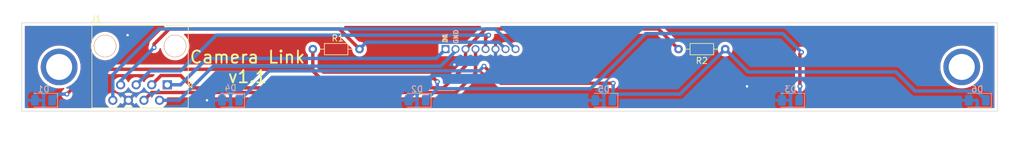
<source format=kicad_pcb>
(kicad_pcb (version 20201002) (generator pcbnew)
  (title_block (date "2020-11-06") (rev "1.1"))
  (layers (0 "F.Cu" signal) (31 "B.Cu" signal) (34 "B.Paste" user) (35 "F.Paste" user) (36 "B.SilkS" user "B.Silkscreen") (37 "F.SilkS" user "F.Silkscreen") (38 "B.Mask" user) (39 "F.Mask" user) (44 "Edge.Cuts" user))
  (net 0 "")
  (net 1 "Net-(J1-Pad8)")
  (net 2 "Net-(J1-Pad7)")
  (net 3 "Net-(J1-Pad5)")
  (net 4 "Net-(J1-Pad1)")
  (net 5 "Net-(J1-Pad2)")
  (net 6 "Net-(J1-Pad3)")
  (net 7 "Net-(J1-Pad4)")
  (net 8 "/5VDC")
  (net 9 "Net-(D1-Pad1)")
  (net 10 "Net-(D4-Pad1)")
  (module "asl_footprints:standoff_nut" (layer "F.Cu") (at 226.06 112.141)
    (fp_text reference "H1" hide)
    (fp_text value "Threaded_Standoff")
    (pad "M3" thru_hole circle (at 0 0) (size 6 6) (drill 4.25) (layers *.Cu *.Mask))
  )
  (module "Resistor_THT:R_Axial_DIN0204_L3.6mm_D1.6mm_P7.62mm_Horizontal" (layer "F.Cu") (at 127.762 109.22 180)
    (fp_text reference "R1" (at 3.556 1.778) (layer "F.SilkS"))
    (fp_text value "R_US")
    (fp_line (start 5.73 -0.92) (end 1.89 -0.92) (layer "F.SilkS") (width 0.12))
    (fp_line (start 1.89 -0.92) (end 1.89 0.92) (layer "F.SilkS") (width 0.12))
    (fp_line (start 0.94 0) (end 1.89 0) (layer "F.SilkS") (width 0.12))
    (fp_line (start 5.73 0.92) (end 5.73 -0.92) (layer "F.SilkS") (width 0.12))
    (fp_line (start 6.68 0) (end 5.73 0) (layer "F.SilkS") (width 0.12))
    (fp_line (start 1.89 0.92) (end 5.73 0.92) (layer "F.SilkS") (width 0.12))
    (pad "1" thru_hole circle (at 0 0 180) (size 1.4 1.4) (drill 0.7) (layers *.Cu *.Mask) (net 2 "Net-(J1-Pad7)"))
    (pad "2" thru_hole oval (at 7.62 0 180) (size 1.4 1.4) (drill 0.7) (layers *.Cu *.Mask) (net 9 "Net-(D1-Pad1)"))
  )
  (module "Resistor_THT:R_Axial_DIN0204_L3.6mm_D1.6mm_P7.62mm_Horizontal" (layer "F.Cu") (at 179.832 109.22)
    (fp_text reference "R2" (at 3.81 1.905) (layer "F.SilkS"))
    (fp_text value "R_US")
    (fp_line (start 1.89 0.92) (end 5.73 0.92) (layer "F.SilkS") (width 0.12))
    (fp_line (start 6.68 0) (end 5.73 0) (layer "F.SilkS") (width 0.12))
    (fp_line (start 0.94 0) (end 1.89 0) (layer "F.SilkS") (width 0.12))
    (fp_line (start 5.73 0.92) (end 5.73 -0.92) (layer "F.SilkS") (width 0.12))
    (fp_line (start 1.89 -0.92) (end 1.89 0.92) (layer "F.SilkS") (width 0.12))
    (fp_line (start 5.73 -0.92) (end 1.89 -0.92) (layer "F.SilkS") (width 0.12))
    (pad "1" thru_hole circle (at 0 0) (size 1.4 1.4) (drill 0.7) (layers *.Cu *.Mask) (net 6 "Net-(J1-Pad3)"))
    (pad "2" thru_hole oval (at 7.62 0) (size 1.4 1.4) (drill 0.7) (layers *.Cu *.Mask) (net 10 "Net-(D4-Pad1)"))
  )
  (module "Connector_PinHeader_1.27mm:PinHeader_1x08_P1.27mm_Vertical" (layer "F.Cu") (at 147.519571 109.22 90)
    (fp_text reference "J2" hide)
    (fp_text value "Screw_Terminal_01x08")
    (pad "1" thru_hole rect (at 0 -5.714999 90) (size 1.3 1.3) (drill 0.85) (layers *.Cu *.Mask) (net 4 "Net-(J1-Pad1)"))
    (pad "2" thru_hole oval (at 0 -4.082142 90) (size 1.3 1.3) (drill 0.85) (layers *.Cu *.Mask) (net 5 "Net-(J1-Pad2)"))
    (pad "3" thru_hole oval (at 0 -2.449285 90) (size 1.3 1.3) (drill 0.85) (layers *.Cu *.Mask) (net 6 "Net-(J1-Pad3)"))
    (pad "4" thru_hole oval (at 0 -0.816428 90) (size 1.3 1.3) (drill 0.85) (layers *.Cu *.Mask) (net 7 "Net-(J1-Pad4)"))
    (pad "5" thru_hole oval (at 0 0.816429 90) (size 1.3 1.3) (drill 0.85) (layers *.Cu *.Mask) (net 3 "Net-(J1-Pad5)"))
    (pad "6" thru_hole oval (at 0 2.449286 90) (size 1.3 1.3) (drill 0.85) (layers *.Cu *.Mask) (net 8 "/5VDC"))
    (pad "7" thru_hole oval (at 0 4.082143 90) (size 1.3 1.3) (drill 0.85) (layers *.Cu *.Mask) (net 2 "Net-(J1-Pad7)"))
    (pad "8" thru_hole oval (at 0 5.715001 90) (size 1.3 1.3) (drill 0.85) (layers *.Cu *.Mask) (net 1 "Net-(J1-Pad8)"))
  )
  (module "asl_footprints:RJ45_THP_Vertical" (layer "F.Cu") (at 91.948 108.712 180)
    (fp_text reference "J1" (at 7.165 4.445) (layer "F.SilkS"))
    (fp_text value "RJ45_pyControl")
    (fp_line (start -8.445 -5.85) (end -7.945 -6.35) (layer "F.SilkS") (width 0.12))
    (fp_line (start -7.945 -6.35) (end -8.445 -6.85) (layer "F.SilkS") (width 0.12))
    (fp_line (start 7.855 -10.14) (end -7.865 -10.14) (layer "F.SilkS") (width 0.12))
    (fp_line (start -8.445 -6.85) (end -8.445 -5.85) (layer "F.SilkS") (width 0.12))
    (fp_line (start 7.865 3.4) (end -7.865 3.4) (layer "F.SilkS") (width 0.12))
    (fp_line (start -7.865 -10.14) (end -7.865 3.4) (layer "F.SilkS") (width 0.12))
    (fp_line (start 7.865 -10.14) (end 7.865 3.4) (layer "F.SilkS") (width 0.12))
    (pad "" np_thru_hole circle (at -5.715 0 180) (size 3.65 3.65) (drill 3.45) (layers *.Cu *.SilkS *.Mask))
    (pad "" np_thru_hole circle (at 5.715 0 180) (size 3.65 3.65) (drill 3.45) (layers *.Cu *.SilkS *.Mask))
    (pad "1" thru_hole rect (at -4.445 -6.35 180) (size 1.5 1.5) (drill 0.9) (layers *.Cu *.Mask) (net 4 "Net-(J1-Pad1)"))
    (pad "2" thru_hole circle (at -3.175 -8.89 180) (size 1.5 1.5) (drill 0.9) (layers *.Cu *.Mask) (net 5 "Net-(J1-Pad2)"))
    (pad "3" thru_hole circle (at -1.905 -6.35 180) (size 1.5 1.5) (drill 0.9) (layers *.Cu *.Mask) (net 6 "Net-(J1-Pad3)"))
    (pad "4" thru_hole circle (at -0.635 -8.89 180) (size 1.5 1.5) (drill 0.9) (layers *.Cu *.Mask) (net 7 "Net-(J1-Pad4)"))
    (pad "5" thru_hole circle (at 0.635 -6.35 180) (size 1.5 1.5) (drill 0.9) (layers *.Cu *.Mask) (net 3 "Net-(J1-Pad5)"))
    (pad "6" thru_hole circle (at 1.905 -8.89 180) (size 1.5 1.5) (drill 0.9) (layers *.Cu *.Mask) (net 8 "/5VDC"))
    (pad "7" thru_hole circle (at 3.175 -6.35 180) (size 1.5 1.5) (drill 0.9) (layers *.Cu *.Mask) (net 2 "Net-(J1-Pad7)"))
    (pad "8" thru_hole circle (at 4.445 -8.89 180) (size 1.5 1.5) (drill 0.9) (layers *.Cu *.Mask) (net 1 "Net-(J1-Pad8)"))
  )
  (module "asl_footprints:standoff_nut" (layer "F.Cu") (at 78.74 112.141)
    (fp_text reference "H2" hide)
    (fp_text value "Threaded_Standoff")
    (pad "M3" thru_hole circle (at 0 0) (size 6 6) (drill 4.25) (layers *.Cu *.Mask))
  )
  (module "LED_SMD:LED_1206_3216Metric" (layer "B.Cu") (at 106.72 117.602 180)
    (fp_text reference "D4" (at 0 2.032 180) (layer "B.SilkS") (effects (justify mirror)))
    (fp_text value "LED")
    (fp_line (start -2.285 1.135) (end -2.285 -1.135) (layer "B.SilkS") (width 0.12))
    (fp_line (start 1.6 1.135) (end -2.285 1.135) (layer "B.SilkS") (width 0.12))
    (fp_line (start -2.285 -1.135) (end 1.6 -1.135) (layer "B.SilkS") (width 0.12))
    (pad "1" smd roundrect (at -1.4 0 180) (size 1.25 1.75) (layers "B.Cu" "B.Paste" "B.Mask") (roundrect_rratio 0.2) (net 10 "Net-(D4-Pad1)"))
    (pad "2" smd roundrect (at 1.4 0 180) (size 1.25 1.75) (layers "B.Cu" "B.Paste" "B.Mask") (roundrect_rratio 0.2) (net 8 "/5VDC"))
  )
  (module "LED_SMD:LED_1206_3216Metric" (layer "B.Cu") (at 198.12 117.602 180)
    (fp_text reference "D3" (at 0 1.82) (layer "B.SilkS") (effects (justify mirror)))
    (fp_text value "LED")
    (fp_line (start -2.285 -1.135) (end 1.6 -1.135) (layer "B.SilkS") (width 0.12))
    (fp_line (start -2.285 1.135) (end -2.285 -1.135) (layer "B.SilkS") (width 0.12))
    (fp_line (start 1.6 1.135) (end -2.285 1.135) (layer "B.SilkS") (width 0.12))
    (pad "1" smd roundrect (at -1.4 0 180) (size 1.25 1.75) (layers "B.Cu" "B.Paste" "B.Mask") (roundrect_rratio 0.2) (net 9 "Net-(D1-Pad1)"))
    (pad "2" smd roundrect (at 1.4 0 180) (size 1.25 1.75) (layers "B.Cu" "B.Paste" "B.Mask") (roundrect_rratio 0.2) (net 8 "/5VDC"))
  )
  (module "LED_SMD:LED_1206_3216Metric" (layer "B.Cu") (at 137.16 117.602 180)
    (fp_text reference "D2" (at 0 1.82) (layer "B.SilkS") (effects (justify mirror)))
    (fp_text value "LED")
    (fp_line (start 1.6 1.135) (end -2.285 1.135) (layer "B.SilkS") (width 0.12))
    (fp_line (start -2.285 1.135) (end -2.285 -1.135) (layer "B.SilkS") (width 0.12))
    (fp_line (start -2.285 -1.135) (end 1.6 -1.135) (layer "B.SilkS") (width 0.12))
    (pad "1" smd roundrect (at -1.4 0 180) (size 1.25 1.75) (layers "B.Cu" "B.Paste" "B.Mask") (roundrect_rratio 0.2) (net 9 "Net-(D1-Pad1)"))
    (pad "2" smd roundrect (at 1.4 0 180) (size 1.25 1.75) (layers "B.Cu" "B.Paste" "B.Mask") (roundrect_rratio 0.2) (net 8 "/5VDC"))
  )
  (module "LED_SMD:LED_1206_3216Metric" (layer "B.Cu") (at 76.2 117.602 180)
    (fp_text reference "D1" (at 0 1.82) (layer "B.SilkS") (effects (justify mirror)))
    (fp_text value "LED")
    (fp_line (start -2.285 -1.135) (end 1.6 -1.135) (layer "B.SilkS") (width 0.12))
    (fp_line (start -2.285 1.135) (end -2.285 -1.135) (layer "B.SilkS") (width 0.12))
    (fp_line (start 1.6 1.135) (end -2.285 1.135) (layer "B.SilkS") (width 0.12))
    (pad "1" smd roundrect (at -1.4 0 180) (size 1.25 1.75) (layers "B.Cu" "B.Paste" "B.Mask") (roundrect_rratio 0.2) (net 9 "Net-(D1-Pad1)"))
    (pad "2" smd roundrect (at 1.4 0 180) (size 1.25 1.75) (layers "B.Cu" "B.Paste" "B.Mask") (roundrect_rratio 0.2) (net 8 "/5VDC"))
  )
  (module "LED_SMD:LED_1206_3216Metric" (layer "B.Cu") (at 228.6 117.602 180)
    (fp_text reference "D6" (at 0 1.82) (layer "B.SilkS") (effects (justify mirror)))
    (fp_text value "LED")
    (fp_line (start -2.285 1.135) (end -2.285 -1.135) (layer "B.SilkS") (width 0.12))
    (fp_line (start -2.285 -1.135) (end 1.6 -1.135) (layer "B.SilkS") (width 0.12))
    (fp_line (start 1.6 1.135) (end -2.285 1.135) (layer "B.SilkS") (width 0.12))
    (pad "1" smd roundrect (at -1.4 0 180) (size 1.25 1.75) (layers "B.Cu" "B.Paste" "B.Mask") (roundrect_rratio 0.2) (net 10 "Net-(D4-Pad1)"))
    (pad "2" smd roundrect (at 1.4 0 180) (size 1.25 1.75) (layers "B.Cu" "B.Paste" "B.Mask") (roundrect_rratio 0.2) (net 8 "/5VDC"))
  )
  (module "LED_SMD:LED_1206_3216Metric" (layer "B.Cu") (at 167.64 117.602 180)
    (fp_text reference "D5" (at 0 1.82) (layer "B.SilkS") (effects (justify mirror)))
    (fp_text value "LED")
    (fp_line (start 1.6 1.135) (end -2.285 1.135) (layer "B.SilkS") (width 0.12))
    (fp_line (start -2.285 1.135) (end -2.285 -1.135) (layer "B.SilkS") (width 0.12))
    (fp_line (start -2.285 -1.135) (end 1.6 -1.135) (layer "B.SilkS") (width 0.12))
    (pad "1" smd roundrect (at -1.4 0 180) (size 1.25 1.75) (layers "B.Cu" "B.Paste" "B.Mask") (roundrect_rratio 0.2) (net 10 "Net-(D4-Pad1)"))
    (pad "2" smd roundrect (at 1.4 0 180) (size 1.25 1.75) (layers "B.Cu" "B.Paste" "B.Mask") (roundrect_rratio 0.2) (net 8 "/5VDC"))
  )
  (gr_rect (start 72.644 104.902) (end 231.902 119.38) (layer "Edge.Cuts") (width 0.1))
  (gr_text "DA" (at 141.732 107.442 90) (layer "B.SilkS") (effects (font (size 0.75 0.75)) (justify mirror)))
  (gr_text "GND" (at 143.51 107.188 90) (layer "B.SilkS") (effects (font (size 0.75 0.75)) (justify mirror)))
  (gr_text "DA" (at 141.732 107.442 90) (layer "F.SilkS") (effects (font (size 0.75 0.75))))
  (gr_text "Camera Link\nv1.1" (at 109.474 112.141) (layer "F.SilkS") (effects (font (size 2 2) (thickness 0.3))))
  (gr_text "GND" (at 143.51 107.188 90) (layer "F.SilkS") (effects (font (size 0.75 0.75))))
  (segment (start 94.996 105.918) (end 87.503 113.411) (width 0.5588) (layer "B.Cu") (net 1))
  (segment (start 153.234572 109.22) (end 149.932572 105.918) (width 0.5588) (layer "B.Cu") (net 1))
  (segment (start 87.503 113.411) (end 87.503 117.602) (width 0.5588) (layer "B.Cu") (net 1))
  (segment (start 149.932572 105.918) (end 94.996 105.918) (width 0.5588) (layer "B.Cu") (net 1))
  (segment (start 124.46 105.918) (end 127.762 109.22) (width 0.5588) (layer "F.Cu") (net 2))
  (segment (start 94.234 108.400315) (end 96.716315 105.918) (width 0.5588) (layer "F.Cu") (net 2))
  (segment (start 96.716315 105.918) (end 124.46 105.918) (width 0.5588) (layer "F.Cu") (net 2))
  (segment (start 94.234 108.966) (end 94.234 108.400315) (width 0.5588) (layer "F.Cu") (net 2))
  (via (at 94.234 108.966) (size 0.8) (drill 0.4) (layers "F.Cu" "B.Cu") (net 2))
  (segment (start 128.89141 108.09059) (end 127.762 109.22) (width 0.5588) (layer "B.Cu") (net 2))
  (segment (start 88.773 115.062) (end 88.773 114.427) (width 0.5588) (layer "B.Cu") (net 2))
  (segment (start 151.601714 109.22) (end 150.472304 108.09059) (width 0.5588) (layer "B.Cu") (net 2))
  (segment (start 150.472304 108.09059) (end 128.89141 108.09059) (width 0.5588) (layer "B.Cu") (net 2))
  (segment (start 88.773 114.427) (end 94.234 108.966) (width 0.5588) (layer "B.Cu") (net 2))
  (segment (start 148.336 109.22) (end 148.336 107.442) (width 0.5588) (layer "F.Cu") (net 3))
  (segment (start 148.336 107.442) (end 148.844 106.934) (width 0.5588) (layer "F.Cu") (net 3))
  (via (at 148.844 106.934) (size 0.8) (drill 0.4) (layers "F.Cu" "B.Cu") (net 3))
  (segment (start 148.844 106.934) (end 104.394 106.934) (width 0.5588) (layer "B.Cu") (net 3))
  (segment (start 98.552 112.776) (end 93.599 112.776) (width 0.5588) (layer "B.Cu") (net 3))
  (segment (start 104.394 106.934) (end 98.552 112.776) (width 0.5588) (layer "B.Cu") (net 3))
  (segment (start 93.599 112.776) (end 91.313 115.062) (width 0.5588) (layer "B.Cu") (net 3))
  (segment (start 141.804572 109.22) (end 140.280572 110.744) (width 0.5588) (layer "B.Cu") (net 4))
  (segment (start 98.552 115.062) (end 96.393 115.062) (width 0.5588) (layer "B.Cu") (net 4))
  (segment (start 140.280572 110.744) (end 102.87 110.744) (width 0.5588) (layer "B.Cu") (net 4))
  (segment (start 102.87 110.744) (end 98.552 115.062) (width 0.5588) (layer "B.Cu") (net 4))
  (segment (start 143.437429 109.565133) (end 140.988562 112.014) (width 0.5588) (layer "B.Cu") (net 5))
  (segment (start 98.298 117.602) (end 95.123 117.602) (width 0.5588) (layer "B.Cu") (net 5))
  (segment (start 103.886 112.014) (end 98.298 117.602) (width 0.5588) (layer "B.Cu") (net 5))
  (segment (start 143.437429 109.22) (end 143.437429 109.565133) (width 0.5588) (layer "B.Cu") (net 5))
  (segment (start 140.988562 112.014) (end 103.886 112.014) (width 0.5588) (layer "B.Cu") (net 5))
  (segment (start 95.377 113.538) (end 98.552 113.538) (width 0.5588) (layer "F.Cu") (net 6))
  (segment (start 144.018 113.03) (end 145.070286 111.977714) (width 0.5588) (layer "F.Cu") (net 6))
  (segment (start 145.070286 111.977714) (end 145.070286 109.22) (width 0.5588) (layer "F.Cu") (net 6))
  (segment (start 145.070286 109.22) (end 148.372286 105.918) (width 0.5588) (layer "F.Cu") (net 6))
  (segment (start 98.552 113.538) (end 100.584 115.57) (width 0.5588) (layer "F.Cu") (net 6))
  (segment (start 93.853 115.062) (end 95.377 113.538) (width 0.5588) (layer "F.Cu") (net 6))
  (segment (start 100.584 115.57) (end 141.478 115.57) (width 0.5588) (layer "F.Cu") (net 6))
  (segment (start 143.764 113.284) (end 144.018 113.03) (width 0.5588) (layer "F.Cu") (net 6))
  (segment (start 176.53 105.918) (end 179.832 109.22) (width 0.5588) (layer "F.Cu") (net 6))
  (segment (start 148.372286 105.918) (end 176.53 105.918) (width 0.5588) (layer "F.Cu") (net 6))
  (segment (start 141.478 115.57) (end 144.018 113.03) (width 0.5588) (layer "F.Cu") (net 6))
  (segment (start 146.703143 113.138857) (end 146.703143 109.22) (width 0.5588) (layer "F.Cu") (net 7))
  (segment (start 93.853 116.332) (end 143.51 116.332) (width 0.5588) (layer "F.Cu") (net 7))
  (segment (start 143.51 116.332) (end 146.703143 113.138857) (width 0.5588) (layer "F.Cu") (net 7))
  (segment (start 92.583 117.602) (end 93.853 116.332) (width 0.5588) (layer "F.Cu") (net 7))
  (via (at 191.008 115.316) (size 0.8) (drill 0.4) (layers "F.Cu" "B.Cu") (net 8))
  (via (at 89.916 106.934) (size 0.8) (drill 0.4) (layers "F.Cu" "B.Cu") (net 8))
  (via (at 102.87 117.602) (size 0.8) (drill 0.4) (layers "F.Cu" "B.Cu") (net 8))
  (via (at 143.256 111.76) (size 0.8) (drill 0.4) (layers "F.Cu" "B.Cu") (net 8))
  (segment (start 149.968857 112.667143) (end 149.098 113.538) (width 0.5588) (layer "B.Cu") (net 8))
  (segment (start 149.098 113.538) (end 139.57 113.538) (width 0.5588) (layer "B.Cu") (net 8))
  (segment (start 139.57 113.538) (end 135.76 117.348) (width 0.5588) (layer "B.Cu") (net 8))
  (segment (start 149.968857 109.22) (end 149.968857 112.667143) (width 0.5588) (layer "B.Cu") (net 8))
  (segment (start 84.074 112.522) (end 119.888 112.522) (width 0.5588) (layer "F.Cu") (net 9))
  (segment (start 121.412 114.046) (end 139.954 114.046) (width 0.5588) (layer "F.Cu") (net 9))
  (segment (start 120.142 112.776) (end 121.412 114.046) (width 0.5588) (layer "F.Cu") (net 9))
  (segment (start 199.644 115.316) (end 199.644 109.982) (width 0.5588) (layer "F.Cu") (net 9))
  (segment (start 139.954 114.046) (end 140.462 114.554) (width 0.5588) (layer "F.Cu") (net 9))
  (segment (start 119.888 112.522) (end 121.412 114.046) (width 0.5588) (layer "F.Cu") (net 9))
  (segment (start 120.142 109.22) (end 120.142 112.776) (width 0.5588) (layer "F.Cu") (net 9))
  (segment (start 80.01 116.586) (end 84.074 112.522) (width 0.5588) (layer "F.Cu") (net 9))
  (segment (start 199.644 109.982) (end 199.898 109.728) (width 0.5588) (layer "F.Cu") (net 9))
  (via (at 199.898 109.728) (size 0.8) (drill 0.4) (layers "F.Cu" "B.Cu") (net 9))
  (via (at 199.644 115.316) (size 0.8) (drill 0.4) (layers "F.Cu" "B.Cu") (net 9))
  (via (at 140.462 114.554) (size 0.8) (drill 0.4) (layers "F.Cu" "B.Cu") (net 9))
  (via (at 80.01 116.586) (size 0.8) (drill 0.4) (layers "F.Cu" "B.Cu") (net 9))
  (segment (start 165.478 115.7) (end 174.498 106.68) (width 0.5588) (layer "B.Cu") (net 9))
  (segment (start 140.462 115.7) (end 165.478 115.7) (width 0.5588) (layer "B.Cu") (net 9))
  (segment (start 199.644 117.478) (end 199.52 117.602) (width 0.5588) (layer "B.Cu") (net 9))
  (segment (start 174.498 106.68) (end 196.85 106.68) (width 0.5588) (layer "B.Cu") (net 9))
  (segment (start 196.85 106.68) (end 199.898 109.728) (width 0.5588) (layer "B.Cu") (net 9))
  (segment (start 199.644 115.316) (end 199.644 117.478) (width 0.5588) (layer "B.Cu") (net 9))
  (segment (start 78.616 116.586) (end 77.6 117.602) (width 0.5588) (layer "B.Cu") (net 9))
  (segment (start 80.01 116.586) (end 78.616 116.586) (width 0.5588) (layer "B.Cu") (net 9))
  (segment (start 140.462 115.7) (end 138.56 117.602) (width 0.5588) (layer "B.Cu") (net 9))
  (segment (start 140.462 114.554) (end 140.462 115.7) (width 0.5588) (layer "B.Cu") (net 9))
  (segment (start 169.164 114.808) (end 150.876 114.808) (width 0.5588) (layer "F.Cu") (net 10))
  (segment (start 150.876 114.808) (end 148.082 112.014) (width 0.5588) (layer "F.Cu") (net 10))
  (via (at 148.082 112.014) (size 0.8) (drill 0.4) (layers "F.Cu" "B.Cu") (net 10))
  (via (at 169.164 114.808) (size 0.8) (drill 0.4) (layers "F.Cu" "B.Cu") (net 10))
  (segment (start 187.452 109.22) (end 191.185401 112.953401) (width 0.5588) (layer "B.Cu") (net 10))
  (segment (start 218.44 116.078) (end 228.476 116.078) (width 0.5588) (layer "B.Cu") (net 10))
  (segment (start 180.086 116.586) (end 187.452 109.22) (width 0.5588) (layer "B.Cu") (net 10))
  (segment (start 169.164 116.462) (end 169.04 116.586) (width 0.5588) (layer "B.Cu") (net 10))
  (segment (start 191.185401 112.953401) (end 215.315401 112.953401) (width 0.5588) (layer "B.Cu") (net 10))
  (segment (start 228.476 116.078) (end 230 117.602) (width 0.5588) (layer "B.Cu") (net 10))
  (segment (start 147.32 112.776) (end 148.082 112.014) (width 0.5588) (layer "B.Cu") (net 10))
  (segment (start 215.315401 112.953401) (end 218.44 116.078) (width 0.5588) (layer "B.Cu") (net 10))
  (segment (start 108.204 117.602) (end 113.03 112.776) (width 0.5588) (layer "B.Cu") (net 10))
  (segment (start 113.03 112.776) (end 147.32 112.776) (width 0.5588) (layer "B.Cu") (net 10))
  (segment (start 169.164 114.808) (end 169.164 116.462) (width 0.5588) (layer "B.Cu") (net 10))
  (segment (start 169.04 116.586) (end 180.086 116.586) (width 0.5588) (layer "B.Cu") (net 10))
  (zone (net 8) (net_name "/5VDC") (layers F&B.Cu) (connect_pads (clearance 0.508)) (min_thickness 0.254) (fill yes (thermal_gap 0.508) (thermal_bridge_width 0.508))
    (polygon (pts (xy 236.22 101.854) (xy 236.22 124.46) (xy 69.088 124.206) (xy 69.088 101.6)))
  )
)
</source>
